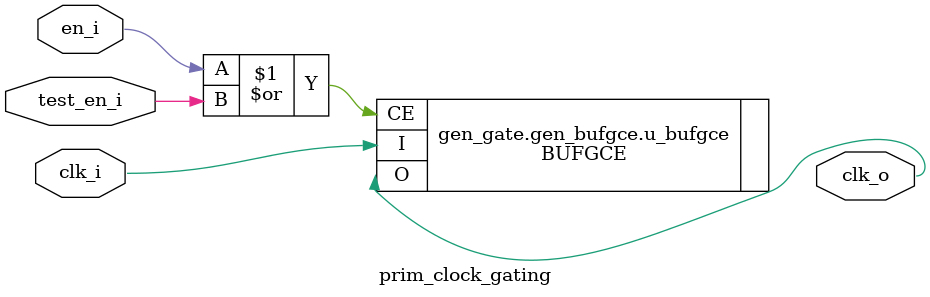
<source format=sv>
`timescale 1ns / 1ps

module prim_clock_gating #(
  parameter bit NoFpgaGate = 1'b0,
  parameter bit FpgaBufGlobal = 1'b1
) (
  input        clk_i,
  input        en_i,
  input        test_en_i,
  output logic clk_o
);

  if (NoFpgaGate) begin : gen_no_gate
    assign clk_o = clk_i;
  end else begin : gen_gate
    if (FpgaBufGlobal) begin : gen_bufgce
      // By default, we use BUFG(CE)s, i.e., global clock buffers (with enable input).
      // These resources are scarce (32 in monolithic 7 series devices) and under some
      // circumstances cannot be cascaded. They should especially be used for (gating)
      // clocks that span big parts of the design/multiple clock regions.
      BUFGCE #(
        .SIM_DEVICE("7SERIES")
      ) u_bufgce (
        .I (clk_i),
        .CE(en_i | test_en_i),
        .O (clk_o)
      );
    end else begin : gen_bufhce
      // The BUFH(CE) is a horizontal or local clock buffer (with enable input). Every clock
      // region has 12 of these buffers. They should be used for (gating) clocks that are
      // being used locally.
      BUFHCE u_bufhce (
        .I (clk_i),
        .CE(en_i | test_en_i),
        .O (clk_o)
      );
    end
  end



endmodule

</source>
